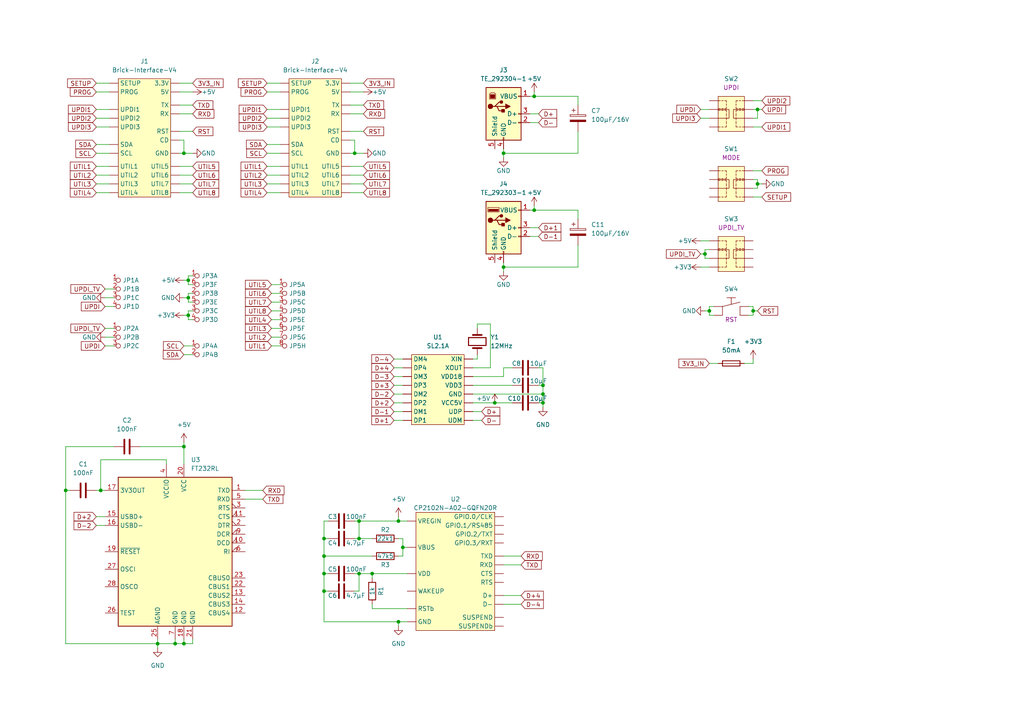
<source format=kicad_sch>
(kicad_sch (version 20211123) (generator eeschema)
  (paper "A4")
  (junction (at 157.48 114.3))
  (junction (at 50.8 186.69))
  (junction (at 102.87 44.45))
  (junction (at 146.05 77.47))
  (junction (at 154.94 27.94))
  (junction (at 53.34 129.54))
  (junction (at 54.61 91.44))
  (junction (at 104.14 166.37))
  (junction (at 219.71 31.75))
  (junction (at 143.51 116.84))
  (junction (at 107.95 166.37))
  (junction (at 93.98 161.29))
  (junction (at 93.98 156.21))
  (junction (at 115.57 180.34))
  (junction (at 53.34 44.45))
  (junction (at 115.57 151.13))
  (junction (at 154.94 60.96))
  (junction (at 54.61 81.28))
  (junction (at 45.72 186.69))
  (junction (at 204.47 73.66))
  (junction (at 104.14 156.21))
  (junction (at 54.61 86.36))
  (junction (at 116.84 158.75))
  (junction (at 93.98 166.37))
  (junction (at 53.34 186.69))
  (junction (at 104.14 151.13))
  (junction (at 93.98 171.45))
  (junction (at 157.48 111.76))
  (junction (at 205.74 90.17))
  (junction (at 146.05 44.45))
  (junction (at 29.21 142.24))
  (junction (at 219.71 53.34))
  (junction (at 19.05 142.24))
  (junction (at 157.48 116.84))
  (junction (at 218.44 90.17))
  (wire (pts (xy 218.44 90.17) (xy 218.44 91.44)))
  (wire (pts (xy 52.07 48.26) (xy 55.88 48.26)))
  (wire (pts (xy 78.74 92.71) (xy 81.28 92.71)))
  (wire (pts (xy 19.05 186.69) (xy 45.72 186.69)))
  (wire (pts (xy 71.12 144.78) (xy 76.2 144.78)))
  (wire (pts (xy 27.94 24.13) (xy 31.75 24.13)))
  (wire (pts (xy 93.98 156.21) (xy 93.98 161.29)))
  (wire (pts (xy 114.3 114.3) (xy 116.84 114.3)))
  (wire (pts (xy 205.74 72.39) (xy 204.47 72.39)))
  (wire (pts (xy 77.47 55.88) (xy 81.28 55.88)))
  (wire (pts (xy 118.11 166.37) (xy 107.95 166.37)))
  (wire (pts (xy 27.94 142.24) (xy 29.21 142.24)))
  (wire (pts (xy 114.3 121.92) (xy 116.84 121.92)))
  (wire (pts (xy 30.48 97.79) (xy 33.02 97.79)))
  (wire (pts (xy 53.34 186.69) (xy 55.88 186.69)))
  (wire (pts (xy 137.16 106.68) (xy 142.24 106.68)))
  (wire (pts (xy 30.48 86.36) (xy 33.02 86.36)))
  (wire (pts (xy 27.94 44.45) (xy 31.75 44.45)))
  (wire (pts (xy 45.72 185.42) (xy 45.72 186.69)))
  (wire (pts (xy 52.07 24.13) (xy 55.88 24.13)))
  (wire (pts (xy 115.57 161.29) (xy 116.84 161.29)))
  (wire (pts (xy 115.57 151.13) (xy 118.11 151.13)))
  (wire (pts (xy 53.34 44.45) (xy 55.88 44.45)))
  (wire (pts (xy 93.98 166.37) (xy 93.98 171.45)))
  (wire (pts (xy 77.47 53.34) (xy 81.28 53.34)))
  (wire (pts (xy 116.84 158.75) (xy 118.11 158.75)))
  (wire (pts (xy 219.71 52.07) (xy 218.44 52.07)))
  (wire (pts (xy 53.34 91.44) (xy 54.61 91.44)))
  (wire (pts (xy 53.34 185.42) (xy 53.34 186.69)))
  (wire (pts (xy 54.61 81.28) (xy 54.61 82.55)))
  (wire (pts (xy 167.64 38.1) (xy 167.64 44.45)))
  (wire (pts (xy 77.47 31.75) (xy 81.28 31.75)))
  (wire (pts (xy 53.34 100.33) (xy 55.88 100.33)))
  (wire (pts (xy 104.14 166.37) (xy 107.95 166.37)))
  (wire (pts (xy 52.07 26.67) (xy 55.88 26.67)))
  (wire (pts (xy 27.94 36.83) (xy 31.75 36.83)))
  (wire (pts (xy 53.34 128.27) (xy 53.34 129.54)))
  (wire (pts (xy 215.9 105.41) (xy 218.44 105.41)))
  (wire (pts (xy 153.67 35.56) (xy 156.21 35.56)))
  (wire (pts (xy 27.94 55.88) (xy 31.75 55.88)))
  (wire (pts (xy 137.16 119.38) (xy 139.7 119.38)))
  (wire (pts (xy 218.44 49.53) (xy 220.98 49.53)))
  (wire (pts (xy 52.07 53.34) (xy 55.88 53.34)))
  (wire (pts (xy 55.88 87.63) (xy 54.61 87.63)))
  (wire (pts (xy 218.44 57.15) (xy 220.98 57.15)))
  (wire (pts (xy 207.01 88.9) (xy 205.74 88.9)))
  (wire (pts (xy 78.74 100.33) (xy 81.28 100.33)))
  (wire (pts (xy 114.3 111.76) (xy 116.84 111.76)))
  (wire (pts (xy 52.07 50.8) (xy 55.88 50.8)))
  (wire (pts (xy 27.94 149.86) (xy 30.48 149.86)))
  (wire (pts (xy 52.07 44.45) (xy 53.34 44.45)))
  (wire (pts (xy 143.51 116.84) (xy 148.59 116.84)))
  (wire (pts (xy 55.88 82.55) (xy 54.61 82.55)))
  (wire (pts (xy 104.14 151.13) (xy 104.14 156.21)))
  (wire (pts (xy 137.16 114.3) (xy 157.48 114.3)))
  (wire (pts (xy 203.2 34.29) (xy 205.74 34.29)))
  (wire (pts (xy 138.43 93.98) (xy 138.43 95.25)))
  (wire (pts (xy 146.05 43.18) (xy 146.05 44.45)))
  (wire (pts (xy 52.07 33.02) (xy 55.88 33.02)))
  (wire (pts (xy 205.74 88.9) (xy 205.74 90.17)))
  (wire (pts (xy 167.64 44.45) (xy 146.05 44.45)))
  (wire (pts (xy 137.16 111.76) (xy 148.59 111.76)))
  (wire (pts (xy 146.05 77.47) (xy 146.05 78.74)))
  (wire (pts (xy 154.94 60.96) (xy 167.64 60.96)))
  (wire (pts (xy 102.87 171.45) (xy 104.14 171.45)))
  (wire (pts (xy 218.44 31.75) (xy 219.71 31.75)))
  (wire (pts (xy 220.98 53.34) (xy 219.71 53.34)))
  (wire (pts (xy 157.48 111.76) (xy 157.48 114.3)))
  (wire (pts (xy 203.2 77.47) (xy 205.74 77.47)))
  (wire (pts (xy 204.47 90.17) (xy 205.74 90.17)))
  (wire (pts (xy 101.6 48.26) (xy 105.41 48.26)))
  (wire (pts (xy 154.94 26.67) (xy 154.94 27.94)))
  (wire (pts (xy 20.32 142.24) (xy 19.05 142.24)))
  (wire (pts (xy 218.44 36.83) (xy 220.98 36.83)))
  (wire (pts (xy 27.94 53.34) (xy 31.75 53.34)))
  (wire (pts (xy 55.88 185.42) (xy 55.88 186.69)))
  (wire (pts (xy 93.98 166.37) (xy 95.25 166.37)))
  (wire (pts (xy 137.16 109.22) (xy 146.05 109.22)))
  (wire (pts (xy 45.72 186.69) (xy 50.8 186.69)))
  (wire (pts (xy 154.94 59.69) (xy 154.94 60.96)))
  (wire (pts (xy 102.87 151.13) (xy 104.14 151.13)))
  (wire (pts (xy 93.98 171.45) (xy 93.98 180.34)))
  (wire (pts (xy 93.98 161.29) (xy 107.95 161.29)))
  (wire (pts (xy 204.47 73.66) (xy 204.47 74.93)))
  (wire (pts (xy 217.17 91.44) (xy 218.44 91.44)))
  (wire (pts (xy 157.48 114.3) (xy 157.48 116.84)))
  (wire (pts (xy 53.34 129.54) (xy 53.34 134.62)))
  (wire (pts (xy 167.64 63.5) (xy 167.64 60.96)))
  (wire (pts (xy 54.61 91.44) (xy 54.61 92.71)))
  (wire (pts (xy 157.48 106.68) (xy 157.48 111.76)))
  (wire (pts (xy 54.61 85.09) (xy 54.61 86.36)))
  (wire (pts (xy 101.6 24.13) (xy 105.41 24.13)))
  (wire (pts (xy 104.14 151.13) (xy 115.57 151.13)))
  (wire (pts (xy 33.02 129.54) (xy 19.05 129.54)))
  (wire (pts (xy 157.48 116.84) (xy 157.48 118.11)))
  (wire (pts (xy 52.07 40.64) (xy 53.34 40.64)))
  (wire (pts (xy 29.21 142.24) (xy 30.48 142.24)))
  (wire (pts (xy 54.61 86.36) (xy 54.61 87.63)))
  (wire (pts (xy 101.6 33.02) (xy 105.41 33.02)))
  (wire (pts (xy 114.3 106.68) (xy 116.84 106.68)))
  (wire (pts (xy 52.07 30.48) (xy 55.88 30.48)))
  (wire (pts (xy 50.8 185.42) (xy 50.8 186.69)))
  (wire (pts (xy 55.88 90.17) (xy 54.61 90.17)))
  (wire (pts (xy 30.48 83.82) (xy 33.02 83.82)))
  (wire (pts (xy 27.94 26.67) (xy 31.75 26.67)))
  (wire (pts (xy 146.05 106.68) (xy 146.05 109.22)))
  (wire (pts (xy 101.6 40.64) (xy 102.87 40.64)))
  (wire (pts (xy 154.94 27.94) (xy 167.64 27.94)))
  (wire (pts (xy 30.48 100.33) (xy 33.02 100.33)))
  (wire (pts (xy 45.72 186.69) (xy 45.72 187.96)))
  (wire (pts (xy 156.21 106.68) (xy 157.48 106.68)))
  (wire (pts (xy 93.98 171.45) (xy 95.25 171.45)))
  (wire (pts (xy 52.07 55.88) (xy 55.88 55.88)))
  (wire (pts (xy 146.05 172.72) (xy 151.13 172.72)))
  (wire (pts (xy 207.01 91.44) (xy 205.74 91.44)))
  (wire (pts (xy 93.98 180.34) (xy 115.57 180.34)))
  (wire (pts (xy 78.74 82.55) (xy 81.28 82.55)))
  (wire (pts (xy 77.47 26.67) (xy 81.28 26.67)))
  (wire (pts (xy 77.47 34.29) (xy 81.28 34.29)))
  (wire (pts (xy 78.74 85.09) (xy 81.28 85.09)))
  (wire (pts (xy 27.94 152.4) (xy 30.48 152.4)))
  (wire (pts (xy 156.21 111.76) (xy 157.48 111.76)))
  (wire (pts (xy 77.47 41.91) (xy 81.28 41.91)))
  (wire (pts (xy 53.34 40.64) (xy 53.34 44.45)))
  (wire (pts (xy 48.26 134.62) (xy 48.26 133.35)))
  (wire (pts (xy 115.57 180.34) (xy 118.11 180.34)))
  (wire (pts (xy 153.67 60.96) (xy 154.94 60.96)))
  (wire (pts (xy 78.74 97.79) (xy 81.28 97.79)))
  (wire (pts (xy 114.3 119.38) (xy 116.84 119.38)))
  (wire (pts (xy 77.47 24.13) (xy 81.28 24.13)))
  (wire (pts (xy 101.6 26.67) (xy 105.41 26.67)))
  (wire (pts (xy 55.88 85.09) (xy 54.61 85.09)))
  (wire (pts (xy 218.44 34.29) (xy 219.71 34.29)))
  (wire (pts (xy 153.67 68.58) (xy 156.21 68.58)))
  (wire (pts (xy 48.26 133.35) (xy 29.21 133.35)))
  (wire (pts (xy 219.71 31.75) (xy 219.71 34.29)))
  (wire (pts (xy 77.47 36.83) (xy 81.28 36.83)))
  (wire (pts (xy 104.14 171.45) (xy 104.14 166.37)))
  (wire (pts (xy 137.16 116.84) (xy 143.51 116.84)))
  (wire (pts (xy 107.95 176.53) (xy 107.95 175.26)))
  (wire (pts (xy 138.43 102.87) (xy 138.43 104.14)))
  (wire (pts (xy 142.24 93.98) (xy 138.43 93.98)))
  (wire (pts (xy 55.88 92.71) (xy 54.61 92.71)))
  (wire (pts (xy 27.94 41.91) (xy 31.75 41.91)))
  (wire (pts (xy 52.07 38.1) (xy 55.88 38.1)))
  (wire (pts (xy 53.34 81.28) (xy 54.61 81.28)))
  (wire (pts (xy 101.6 53.34) (xy 105.41 53.34)))
  (wire (pts (xy 217.17 88.9) (xy 218.44 88.9)))
  (wire (pts (xy 116.84 161.29) (xy 116.84 158.75)))
  (wire (pts (xy 101.6 30.48) (xy 105.41 30.48)))
  (wire (pts (xy 115.57 149.86) (xy 115.57 151.13)))
  (wire (pts (xy 114.3 104.14) (xy 116.84 104.14)))
  (wire (pts (xy 101.6 38.1) (xy 105.41 38.1)))
  (wire (pts (xy 153.67 33.02) (xy 156.21 33.02)))
  (wire (pts (xy 116.84 156.21) (xy 116.84 158.75)))
  (wire (pts (xy 71.12 142.24) (xy 76.2 142.24)))
  (wire (pts (xy 95.25 151.13) (xy 93.98 151.13)))
  (wire (pts (xy 107.95 166.37) (xy 107.95 167.64)))
  (wire (pts (xy 142.24 106.68) (xy 142.24 93.98)))
  (wire (pts (xy 219.71 31.75) (xy 220.98 31.75)))
  (wire (pts (xy 118.11 176.53) (xy 107.95 176.53)))
  (wire (pts (xy 77.47 44.45) (xy 81.28 44.45)))
  (wire (pts (xy 203.2 73.66) (xy 204.47 73.66)))
  (wire (pts (xy 78.74 95.25) (xy 81.28 95.25)))
  (wire (pts (xy 153.67 66.04) (xy 156.21 66.04)))
  (wire (pts (xy 203.2 31.75) (xy 205.74 31.75)))
  (wire (pts (xy 102.87 44.45) (xy 105.41 44.45)))
  (wire (pts (xy 218.44 90.17) (xy 219.71 90.17)))
  (wire (pts (xy 115.57 180.34) (xy 115.57 181.61)))
  (wire (pts (xy 101.6 55.88) (xy 105.41 55.88)))
  (wire (pts (xy 218.44 29.21) (xy 220.98 29.21)))
  (wire (pts (xy 77.47 50.8) (xy 81.28 50.8)))
  (wire (pts (xy 219.71 53.34) (xy 219.71 54.61)))
  (wire (pts (xy 29.21 133.35) (xy 29.21 142.24)))
  (wire (pts (xy 53.34 102.87) (xy 55.88 102.87)))
  (wire (pts (xy 27.94 48.26) (xy 31.75 48.26)))
  (wire (pts (xy 55.88 80.01) (xy 54.61 80.01)))
  (wire (pts (xy 146.05 76.2) (xy 146.05 77.47)))
  (wire (pts (xy 148.59 106.68) (xy 146.05 106.68)))
  (wire (pts (xy 219.71 53.34) (xy 219.71 52.07)))
  (wire (pts (xy 40.64 129.54) (xy 53.34 129.54)))
  (wire (pts (xy 53.34 86.36) (xy 54.61 86.36)))
  (wire (pts (xy 93.98 156.21) (xy 95.25 156.21)))
  (wire (pts (xy 27.94 50.8) (xy 31.75 50.8)))
  (wire (pts (xy 30.48 95.25) (xy 33.02 95.25)))
  (wire (pts (xy 153.67 27.94) (xy 154.94 27.94)))
  (wire (pts (xy 78.74 87.63) (xy 81.28 87.63)))
  (wire (pts (xy 115.57 156.21) (xy 116.84 156.21)))
  (wire (pts (xy 102.87 156.21) (xy 104.14 156.21)))
  (wire (pts (xy 102.87 166.37) (xy 104.14 166.37)))
  (wire (pts (xy 19.05 129.54) (xy 19.05 142.24)))
  (wire (pts (xy 218.44 104.14) (xy 218.44 105.41)))
  (wire (pts (xy 54.61 90.17) (xy 54.61 91.44)))
  (wire (pts (xy 205.74 105.41) (xy 208.28 105.41)))
  (wire (pts (xy 205.74 74.93) (xy 204.47 74.93)))
  (wire (pts (xy 146.05 175.26) (xy 151.13 175.26)))
  (wire (pts (xy 137.16 104.14) (xy 138.43 104.14)))
  (wire (pts (xy 218.44 88.9) (xy 218.44 90.17)))
  (wire (pts (xy 167.64 71.12) (xy 167.64 77.47)))
  (wire (pts (xy 78.74 90.17) (xy 81.28 90.17)))
  (wire (pts (xy 146.05 163.83) (xy 151.13 163.83)))
  (wire (pts (xy 146.05 161.29) (xy 151.13 161.29)))
  (wire (pts (xy 93.98 151.13) (xy 93.98 156.21)))
  (wire (pts (xy 101.6 50.8) (xy 105.41 50.8)))
  (wire (pts (xy 102.87 40.64) (xy 102.87 44.45)))
  (wire (pts (xy 50.8 186.69) (xy 53.34 186.69)))
  (wire (pts (xy 156.21 116.84) (xy 157.48 116.84)))
  (wire (pts (xy 77.47 48.26) (xy 81.28 48.26)))
  (wire (pts (xy 19.05 142.24) (xy 19.05 186.69)))
  (wire (pts (xy 204.47 72.39) (xy 204.47 73.66)))
  (wire (pts (xy 167.64 77.47) (xy 146.05 77.47)))
  (wire (pts (xy 167.64 30.48) (xy 167.64 27.94)))
  (wire (pts (xy 146.05 44.45) (xy 146.05 45.72)))
  (wire (pts (xy 114.3 109.22) (xy 116.84 109.22)))
  (wire (pts (xy 104.14 156.21) (xy 107.95 156.21)))
  (wire (pts (xy 54.61 80.01) (xy 54.61 81.28)))
  (wire (pts (xy 27.94 34.29) (xy 31.75 34.29)))
  (wire (pts (xy 27.94 31.75) (xy 31.75 31.75)))
  (wire (pts (xy 93.98 161.29) (xy 93.98 166.37)))
  (wire (pts (xy 218.44 54.61) (xy 219.71 54.61)))
  (wire (pts (xy 101.6 44.45) (xy 102.87 44.45)))
  (wire (pts (xy 137.16 121.92) (xy 139.7 121.92)))
  (wire (pts (xy 30.48 88.9) (xy 33.02 88.9)))
  (wire (pts (xy 205.74 90.17) (xy 205.74 91.44)))
  (wire (pts (xy 203.2 69.85) (xy 205.74 69.85)))
  (wire (pts (xy 114.3 116.84) (xy 116.84 116.84)))
  (global_label "UTIL3" (shape input) (at 78.74 95.25 180) (property "Referenzen zwischen Schaltplänen" "${INTERSHEET_REFS}" (effects hide)))
  (global_label "SETUP" (shape input) (at 27.94 24.13 180) (property "Referenzen zwischen Schaltplänen" "${INTERSHEET_REFS}" (effects hide)))
  (global_label "UTIL4" (shape input) (at 77.47 55.88 180) (property "Referenzen zwischen Schaltplänen" "${INTERSHEET_REFS}" (effects hide)))
  (global_label "UTIL4" (shape input) (at 78.74 92.71 180) (property "Referenzen zwischen Schaltplänen" "${INTERSHEET_REFS}" (effects hide)))
  (global_label "UTIL6" (shape input) (at 105.41 50.8 0) (property "Referenzen zwischen Schaltplänen" "${INTERSHEET_REFS}" (effects hide)))
  (global_label "UTIL1" (shape input) (at 77.47 48.26 180) (property "Referenzen zwischen Schaltplänen" "${INTERSHEET_REFS}" (effects hide)))
  (global_label "UTIL1" (shape input) (at 78.74 100.33 180) (property "Referenzen zwischen Schaltplänen" "${INTERSHEET_REFS}" (effects hide)))
  (global_label "UPDI" (shape input) (at 30.48 100.33 180) (property "Referenzen zwischen Schaltplänen" "${INTERSHEET_REFS}" (effects hide)))
  (global_label "SDA" (shape input) (at 27.94 41.91 180) (property "Referenzen zwischen Schaltplänen" "${INTERSHEET_REFS}" (effects hide)))
  (global_label "UPDI" (shape input) (at 30.48 88.9 180) (property "Referenzen zwischen Schaltplänen" "${INTERSHEET_REFS}" (effects hide)))
  (global_label "UTIL5" (shape input) (at 55.88 48.26 0) (property "Referenzen zwischen Schaltplänen" "${INTERSHEET_REFS}" (effects hide)))
  (global_label "SETUP" (shape input) (at 220.98 57.15 0) (property "Referenzen zwischen Schaltplänen" "${INTERSHEET_REFS}" (effects hide)))
  (global_label "RXD" (shape input) (at 105.41 33.02 0) (property "Referenzen zwischen Schaltplänen" "${INTERSHEET_REFS}" (effects hide)))
  (global_label "3V3_IN" (shape input) (at 205.74 105.41 180) (property "Referenzen zwischen Schaltplänen" "${INTERSHEET_REFS}" (effects hide)))
  (global_label "UTIL5" (shape input) (at 78.74 82.55 180) (property "Referenzen zwischen Schaltplänen" "${INTERSHEET_REFS}" (effects hide)))
  (global_label "TXD" (shape input) (at 105.41 30.48 0) (property "Referenzen zwischen Schaltplänen" "${INTERSHEET_REFS}" (effects hide)))
  (global_label "SCL" (shape input) (at 27.94 44.45 180) (property "Referenzen zwischen Schaltplänen" "${INTERSHEET_REFS}" (effects hide)))
  (global_label "D-1" (shape input) (at 156.21 68.58 0) (property "Referenzen zwischen Schaltplänen" "${INTERSHEET_REFS}" (effects hide)))
  (global_label "D+4" (shape input) (at 151.13 172.72 0) (property "Referenzen zwischen Schaltplänen" "${INTERSHEET_REFS}" (effects hide)))
  (global_label "TXD" (shape input) (at 151.13 163.83 0) (property "Referenzen zwischen Schaltplänen" "${INTERSHEET_REFS}" (effects hide)))
  (global_label "PROG" (shape input) (at 77.47 26.67 180) (property "Referenzen zwischen Schaltplänen" "${INTERSHEET_REFS}" (effects hide)))
  (global_label "UPDI_TV" (shape input) (at 30.48 95.25 180) (property "Referenzen zwischen Schaltplänen" "${INTERSHEET_REFS}" (effects hide)))
  (global_label "RST" (shape input) (at 219.71 90.17 0) (property "Referenzen zwischen Schaltplänen" "${INTERSHEET_REFS}" (effects hide)))
  (global_label "UTIL6" (shape input) (at 78.74 85.09 180) (property "Referenzen zwischen Schaltplänen" "${INTERSHEET_REFS}" (effects hide)))
  (global_label "D-" (shape input) (at 156.21 35.56 0) (property "Referenzen zwischen Schaltplänen" "${INTERSHEET_REFS}" (effects hide)))
  (global_label "RXD" (shape input) (at 76.2 142.24 0) (property "Referenzen zwischen Schaltplänen" "${INTERSHEET_REFS}" (effects hide)))
  (global_label "UTIL8" (shape input) (at 55.88 55.88 0) (property "Referenzen zwischen Schaltplänen" "${INTERSHEET_REFS}" (effects hide)))
  (global_label "TXD" (shape input) (at 76.2 144.78 0) (property "Referenzen zwischen Schaltplänen" "${INTERSHEET_REFS}" (effects hide)))
  (global_label "UPDI3" (shape input) (at 27.94 36.83 180) (property "Referenzen zwischen Schaltplänen" "${INTERSHEET_REFS}" (effects hide)))
  (global_label "UTIL3" (shape input) (at 27.94 53.34 180) (property "Referenzen zwischen Schaltplänen" "${INTERSHEET_REFS}" (effects hide)))
  (global_label "UTIL2" (shape input) (at 27.94 50.8 180) (property "Referenzen zwischen Schaltplänen" "${INTERSHEET_REFS}" (effects hide)))
  (global_label "3V3_IN" (shape input) (at 55.88 24.13 0) (property "Referenzen zwischen Schaltplänen" "${INTERSHEET_REFS}" (effects hide)))
  (global_label "UPDI1" (shape input) (at 220.98 36.83 0) (property "Referenzen zwischen Schaltplänen" "${INTERSHEET_REFS}" (effects hide)))
  (global_label "UPDI3" (shape input) (at 77.47 36.83 180) (property "Referenzen zwischen Schaltplänen" "${INTERSHEET_REFS}" (effects hide)))
  (global_label "UTIL7" (shape input) (at 78.74 87.63 180) (property "Referenzen zwischen Schaltplänen" "${INTERSHEET_REFS}" (effects hide)))
  (global_label "UTIL7" (shape input) (at 105.41 53.34 0) (property "Referenzen zwischen Schaltplänen" "${INTERSHEET_REFS}" (effects hide)))
  (global_label "D-2" (shape input) (at 114.3 114.3 180) (property "Referenzen zwischen Schaltplänen" "${INTERSHEET_REFS}" (effects hide)))
  (global_label "UPDI1" (shape input) (at 27.94 31.75 180) (property "Referenzen zwischen Schaltplänen" "${INTERSHEET_REFS}" (effects hide)))
  (global_label "UPDI" (shape input) (at 203.2 31.75 180) (property "Referenzen zwischen Schaltplänen" "${INTERSHEET_REFS}" (effects hide)))
  (global_label "D-1" (shape input) (at 114.3 119.38 180) (property "Referenzen zwischen Schaltplänen" "${INTERSHEET_REFS}" (effects hide)))
  (global_label "D+3" (shape input) (at 114.3 111.76 180) (property "Referenzen zwischen Schaltplänen" "${INTERSHEET_REFS}" (effects hide)))
  (global_label "UPDI2" (shape input) (at 27.94 34.29 180) (property "Referenzen zwischen Schaltplänen" "${INTERSHEET_REFS}" (effects hide)))
  (global_label "SDA" (shape input) (at 77.47 41.91 180) (property "Referenzen zwischen Schaltplänen" "${INTERSHEET_REFS}" (effects hide)))
  (global_label "3V3_IN" (shape input) (at 105.41 24.13 0) (property "Referenzen zwischen Schaltplänen" "${INTERSHEET_REFS}" (effects hide)))
  (global_label "UPDI2" (shape input) (at 77.47 34.29 180) (property "Referenzen zwischen Schaltplänen" "${INTERSHEET_REFS}" (effects hide)))
  (global_label "UPDI1" (shape input) (at 77.47 31.75 180) (property "Referenzen zwischen Schaltplänen" "${INTERSHEET_REFS}" (effects hide)))
  (global_label "D-" (shape input) (at 139.7 121.92 0) (property "Referenzen zwischen Schaltplänen" "${INTERSHEET_REFS}" (effects hide)))
  (global_label "UPDI_TV" (shape input) (at 203.2 73.66 180) (property "Referenzen zwischen Schaltplänen" "${INTERSHEET_REFS}" (effects hide)))
  (global_label "D-3" (shape input) (at 114.3 109.22 180) (property "Referenzen zwischen Schaltplänen" "${INTERSHEET_REFS}" (effects hide)))
  (global_label "RXD" (shape input) (at 151.13 161.29 0) (property "Referenzen zwischen Schaltplänen" "${INTERSHEET_REFS}" (effects hide)))
  (global_label "D+1" (shape input) (at 156.21 66.04 0) (property "Referenzen zwischen Schaltplänen" "${INTERSHEET_REFS}" (effects hide)))
  (global_label "UPDI3" (shape input) (at 203.2 34.29 180) (property "Referenzen zwischen Schaltplänen" "${INTERSHEET_REFS}" (effects hide)))
  (global_label "D-2" (shape input) (at 27.94 152.4 180) (property "Referenzen zwischen Schaltplänen" "${INTERSHEET_REFS}" (effects hide)))
  (global_label "PROG" (shape input) (at 27.94 26.67 180) (property "Referenzen zwischen Schaltplänen" "${INTERSHEET_REFS}" (effects hide)))
  (global_label "SCL" (shape input) (at 53.34 100.33 180) (property "Referenzen zwischen Schaltplänen" "${INTERSHEET_REFS}" (effects hide)))
  (global_label "D+" (shape input) (at 139.7 119.38 0) (property "Referenzen zwischen Schaltplänen" "${INTERSHEET_REFS}" (effects hide)))
  (global_label "D+2" (shape input) (at 114.3 116.84 180) (property "Referenzen zwischen Schaltplänen" "${INTERSHEET_REFS}" (effects hide)))
  (global_label "SETUP" (shape input) (at 77.47 24.13 180) (property "Referenzen zwischen Schaltplänen" "${INTERSHEET_REFS}" (effects hide)))
  (global_label "D+4" (shape input) (at 114.3 106.68 180) (property "Referenzen zwischen Schaltplänen" "${INTERSHEET_REFS}" (effects hide)))
  (global_label "UTIL4" (shape input) (at 27.94 55.88 180) (property "Referenzen zwischen Schaltplänen" "${INTERSHEET_REFS}" (effects hide)))
  (global_label "RST" (shape input) (at 105.41 38.1 0) (property "Referenzen zwischen Schaltplänen" "${INTERSHEET_REFS}" (effects hide)))
  (global_label "UTIL8" (shape input) (at 78.74 90.17 180) (property "Referenzen zwischen Schaltplänen" "${INTERSHEET_REFS}" (effects hide)))
  (global_label "UTIL8" (shape input) (at 105.41 55.88 0) (property "Referenzen zwischen Schaltplänen" "${INTERSHEET_REFS}" (effects hide)))
  (global_label "D-4" (shape input) (at 114.3 104.14 180) (property "Referenzen zwischen Schaltplänen" "${INTERSHEET_REFS}" (effects hide)))
  (global_label "D+" (shape input) (at 156.21 33.02 0) (property "Referenzen zwischen Schaltplänen" "${INTERSHEET_REFS}" (effects hide)))
  (global_label "SCL" (shape input) (at 77.47 44.45 180) (property "Referenzen zwischen Schaltplänen" "${INTERSHEET_REFS}" (effects hide)))
  (global_label "UTIL3" (shape input) (at 77.47 53.34 180) (property "Referenzen zwischen Schaltplänen" "${INTERSHEET_REFS}" (effects hide)))
  (global_label "UTIL7" (shape input) (at 55.88 53.34 0) (property "Referenzen zwischen Schaltplänen" "${INTERSHEET_REFS}" (effects hide)))
  (global_label "UPDI" (shape input) (at 220.98 31.75 0) (property "Referenzen zwischen Schaltplänen" "${INTERSHEET_REFS}" (effects hide)))
  (global_label "PROG" (shape input) (at 220.98 49.53 0) (property "Referenzen zwischen Schaltplänen" "${INTERSHEET_REFS}" (effects hide)))
  (global_label "D-4" (shape input) (at 151.13 175.26 0) (property "Referenzen zwischen Schaltplänen" "${INTERSHEET_REFS}" (effects hide)))
  (global_label "TXD" (shape input) (at 55.88 30.48 0) (property "Referenzen zwischen Schaltplänen" "${INTERSHEET_REFS}" (effects hide)))
  (global_label "UPDI2" (shape input) (at 220.98 29.21 0) (property "Referenzen zwischen Schaltplänen" "${INTERSHEET_REFS}" (effects hide)))
  (global_label "UPDI_TV" (shape input) (at 30.48 83.82 180) (property "Referenzen zwischen Schaltplänen" "${INTERSHEET_REFS}" (effects hide)))
  (global_label "RST" (shape input) (at 55.88 38.1 0) (property "Referenzen zwischen Schaltplänen" "${INTERSHEET_REFS}" (effects hide)))
  (global_label "SDA" (shape input) (at 53.34 102.87 180) (property "Referenzen zwischen Schaltplänen" "${INTERSHEET_REFS}" (effects hide)))
  (global_label "UTIL1" (shape input) (at 27.94 48.26 180) (property "Referenzen zwischen Schaltplänen" "${INTERSHEET_REFS}" (effects hide)))
  (global_label "D+1" (shape input) (at 114.3 121.92 180) (property "Referenzen zwischen Schaltplänen" "${INTERSHEET_REFS}" (effects hide)))
  (global_label "UTIL2" (shape input) (at 78.74 97.79 180) (property "Referenzen zwischen Schaltplänen" "${INTERSHEET_REFS}" (effects hide)))
  (global_label "UTIL5" (shape input) (at 105.41 48.26 0) (property "Referenzen zwischen Schaltplänen" "${INTERSHEET_REFS}" (effects hide)))
  (global_label "UTIL2" (shape input) (at 77.47 50.8 180) (property "Referenzen zwischen Schaltplänen" "${INTERSHEET_REFS}" (effects hide)))
  (global_label "UTIL6" (shape input) (at 55.88 50.8 0) (property "Referenzen zwischen Schaltplänen" "${INTERSHEET_REFS}" (effects hide)))
  (global_label "D+2" (shape input) (at 27.94 149.86 180) (property "Referenzen zwischen Schaltplänen" "${INTERSHEET_REFS}" (effects hide)))
  (global_label "RXD" (shape input) (at 55.88 33.02 0) (property "Referenzen zwischen Schaltplänen" "${INTERSHEET_REFS}" (effects hide)))
  (symbol (lib_id "Device:C") (at 152.4 116.84 90) (unit 1)
    (property "Reference" "C10" (at 151.13 115.57 90) (effects (justify left)))
    (property "Value" "10µF" (at 153.67 115.57 90) (effects (justify right)))
    (property "Footprint" "Capacitor_SMD:C_0805_2012Metric" (effects hide))
  )
  (symbol (lib_id "Device:R") (at 111.76 161.29 270) (unit 1)
    (property "Reference" "R3" (at 111.76 163.83 90))
    (property "Value" "47k5" (at 111.76 161.29 90))
    (property "Footprint" "Resistor_SMD:R_0805_2012Metric" (effects hide))
  )
  (symbol (lib_id "Device:C") (at 24.13 142.24 90) (unit 1)
    (property "Reference" "C1" (at 24.13 134.62 90))
    (property "Value" "100nF" (at 24.13 137.16 90))
    (property "Footprint" "Capacitor_SMD:C_0805_2012Metric" (effects hide))
  )
  (symbol (lib_id "Device:C") (at 36.83 129.54 90) (unit 1)
    (property "Reference" "C2" (at 36.83 121.92 90))
    (property "Value" "100nF" (at 36.83 124.46 90))
    (property "Footprint" "Capacitor_SMD:C_0805_2012Metric" (effects hide))
  )
  (symbol (lib_id "no_pinhd:PINHD_1X03") (at 34.29 97.79 0) (unit 2)
    (property "Reference" "JP2" (at 35.56 97.7899 0) (effects (justify left)))
    (property "Value" "PINHD_1X03" (effects hide))
    (property "Footprint" "no_pinhd:PINHD_1X03_2.54_1mm_Round" (effects hide))
    (property "Desc" "UPDI" (effects hide))
    (property "Reference" "JP2" (effects hide))
    (property "Value" "PINHD_1X03" (effects hide))
  )
  (symbol (lib_id "power:+5V") (at 53.34 81.28 90) (unit 1)
    (property "Reference" "#PWR011" (effects hide))
    (property "Value" "+5V" (at 50.8 81.28 90) (effects (justify left)))
  )
  (symbol (lib_id "Device:C") (at 152.4 106.68 90) (unit 1)
    (property "Reference" "C8" (at 151.13 105.41 90) (effects (justify left)))
    (property "Value" "10µF" (at 153.67 105.41 90) (effects (justify right)))
    (property "Footprint" "Capacitor_SMD:C_0805_2012Metric" (effects hide))
  )
  (symbol (lib_id "Device:C") (at 99.06 156.21 90) (unit 1)
    (property "Reference" "C4" (at 97.79 157.48 90) (effects (justify left)))
    (property "Value" "4.7µF" (at 100.33 157.48 90) (effects (justify right)))
    (property "Footprint" "Capacitor_SMD:C_0805_2012Metric" (effects hide))
  )
  (symbol (lib_id "no_pinhd:PINHD_1X04") (at 34.29 88.9 0) (unit 4)
    (property "Reference" "JP1" (at 35.56 88.8999 0) (effects (justify left)))
    (property "Value" "PINHD_1X04" (effects hide))
    (property "Footprint" "no_pinhd:PINHD_1X04_2.54_1mm_Round" (effects hide))
    (property "Desc" "PICKIT4" (effects hide))
    (property "Reference" "JP1" (effects hide))
    (property "Value" "PINHD_1X04" (effects hide))
  )
  (symbol (lib_id "power:GND") (at 157.48 118.11 0) (unit 1)
    (property "Reference" "#PWR06" (effects hide))
    (property "Value" "GND" (at 157.48 123.19 0))
  )
  (symbol (lib_id "power:+5V") (at 154.94 26.67 0) (unit 1)
    (property "Reference" "#PWR016" (effects hide))
    (property "Value" "+5V" (at 154.94 22.86 0))
  )
  (symbol (lib_id "power:+5V") (at 105.41 26.67 270) (unit 1)
    (property "Reference" "#PWR0103" (effects hide))
    (property "Value" "+5V" (at 107.95 26.67 90) (effects (justify left)))
  )
  (symbol (lib_id "power:GND") (at 45.72 187.96 0) (unit 1)
    (property "Reference" "#PWR0104" (effects hide))
    (property "Value" "GND" (at 45.72 193.04 0))
  )
  (symbol (lib_id "no_pinhd:PINHD_1X03") (at 34.29 100.33 0) (unit 3)
    (property "Reference" "JP2" (at 35.56 100.3299 0) (effects (justify left)))
    (property "Value" "PINHD_1X03" (effects hide))
    (property "Footprint" "no_pinhd:PINHD_1X03_2.54_1mm_Round" (effects hide))
    (property "Desc" "UPDI" (effects hide))
    (property "Reference" "JP2" (effects hide))
    (property "Value" "PINHD_1X03" (effects hide))
  )
  (symbol (lib_id "no_pinhd:PINHD_2X04") (at 82.55 95.25 0) (unit 6)
    (property "Reference" "JP5" (at 83.82 95.2499 0) (effects (justify left)))
    (property "Value" "PINHD_2X04" (effects hide))
    (property "Footprint" "no_pinhd:PINHD_2X04_2.54_1mm_Round" (effects hide))
    (property "Desc" "UTIL_OUT" (effects hide))
    (property "Reference" "JP5" (effects hide))
    (property "Value" "PINHD_2X04" (effects hide))
  )
  (symbol (lib_id "power:+5V") (at 154.94 59.69 0) (unit 1)
    (property "Reference" "#PWR017" (effects hide))
    (property "Value" "+5V" (at 154.94 55.88 0))
  )
  (symbol (lib_id "no_pinhd:PINHD_1x02") (at 57.15 102.87 0) (unit 2)
    (property "Reference" "JP4" (at 58.42 102.8699 0) (effects (justify left)))
    (property "Value" "PINHD_1x02" (effects hide))
    (property "Footprint" "no_pinhd:PINHD_1X02_2.54_1mm_Round" (effects hide))
    (property "Desc" "I2C_OUT" (effects hide))
    (property "Reference" "JP4" (effects hide))
    (property "Value" "PINHD_1x02" (effects hide))
  )
  (symbol (lib_id "no_brick_interface:Brick-Interface-V4") (at 41.91 40.64 0) (unit 1)
    (property "Reference" "J1" (at 41.91 17.78 0))
    (property "Value" "Brick-Interface-V4" (at 41.91 20.32 0))
    (property "Footprint" "no_brick_interface:Brick_Interface_V4_iside" (effects hide))
  )
  (symbol (lib_id "power:GND") (at 146.05 45.72 0) (unit 1)
    (property "Reference" "#PWR014" (effects hide))
    (property "Value" "GND" (at 146.05 49.53 0))
  )
  (symbol (lib_id "no_pinhd:PINHD_2X03") (at 57.15 85.09 0) (unit 2)
    (property "Reference" "JP3" (at 58.42 85.0899 0) (effects (justify left)))
    (property "Value" "PINHD_2X03" (effects hide))
    (property "Footprint" "no_pinhd:PINHD_2X03_2.54_1mm_Round" (effects hide))
    (property "Desc" "POWER_OUT" (effects hide))
    (property "Reference" "JP3" (effects hide))
    (property "Value" "PINHD_2X03" (effects hide))
  )
  (symbol (lib_id "no_common:K3-2336S-F1") (at 212.09 73.66 0) (unit 1)
    (property "Reference" "SW3" (at 212.09 63.5 0))
    (property "Value" "K3-2336S-F1" (effects hide))
    (property "Footprint" "no_common:K3-2336S-F1" (effects hide))
    (property "Desc" "UPDI_TV" (at 212.09 66.04 0))
  )
  (symbol (lib_id "power:GND") (at 55.88 44.45 90) (unit 1)
    (property "Reference" "#PWR02" (effects hide))
    (property "Value" "GND" (at 58.42 44.45 90) (effects (justify right)))
  )
  (symbol (lib_id "no_pinhd:PINHD_1X04") (at 34.29 83.82 0) (unit 2)
    (property "Reference" "JP1" (at 35.56 83.8199 0) (effects (justify left)))
    (property "Value" "PINHD_1X04" (effects hide))
    (property "Footprint" "no_pinhd:PINHD_1X04_2.54_1mm_Round" (effects hide))
    (property "Desc" "PICKIT4" (effects hide))
    (property "Reference" "JP1" (effects hide))
    (property "Value" "PINHD_1X04" (effects hide))
  )
  (symbol (lib_id "Device:R") (at 111.76 156.21 90) (unit 1)
    (property "Reference" "R2" (at 111.76 153.67 90))
    (property "Value" "22k1" (at 111.76 156.21 90))
    (property "Footprint" "Resistor_SMD:R_0805_2012Metric" (effects hide))
  )
  (symbol (lib_id "Device:C") (at 99.06 171.45 90) (unit 1)
    (property "Reference" "C6" (at 97.79 172.72 90) (effects (justify left)))
    (property "Value" "4.7µF" (at 100.33 172.72 90) (effects (justify right)))
    (property "Footprint" "Capacitor_SMD:C_0805_2012Metric" (effects hide))
  )
  (symbol (lib_id "power:GND") (at 30.48 86.36 270) (unit 1)
    (property "Reference" "#PWR08" (effects hide))
    (property "Value" "GND" (at 27.94 86.36 90) (effects (justify right)))
  )
  (symbol (lib_id "no_common:K3-2336S-F1") (at 212.09 33.02 0) (unit 1)
    (property "Reference" "SW2" (at 212.09 22.86 0))
    (property "Value" "K3-2336S-F1" (effects hide))
    (property "Footprint" "no_common:K3-2336S-F1" (effects hide))
    (property "Desc" "UPDI" (at 212.09 25.4 0))
  )
  (symbol (lib_id "power:GND") (at 105.41 44.45 90) (unit 1)
    (property "Reference" "#PWR0101" (effects hide))
    (property "Value" "GND" (at 107.95 44.45 90) (effects (justify right)))
  )
  (symbol (lib_id "Device:C_Polarized") (at 167.64 67.31 0) (unit 1)
    (property "Reference" "C11" (at 171.45 65.1509 0) (effects (justify left)))
    (property "Value" "100µF/16V" (at 171.45 67.6909 0) (effects (justify left)))
    (property "Footprint" "Capacitor_SMD:CP_Elec_5x5.4" (effects hide))
  )
  (symbol (lib_id "power:+5V") (at 55.88 26.67 270) (unit 1)
    (property "Reference" "#PWR01" (effects hide))
    (property "Value" "+5V" (at 58.42 26.67 90) (effects (justify left)))
  )
  (symbol (lib_id "no_pinhd:PINHD_1X03") (at 34.29 95.25 0) (unit 1)
    (property "Reference" "JP2" (at 35.56 95.2499 0) (effects (justify left)))
    (property "Value" "PINHD_1X03" (effects hide))
    (property "Footprint" "no_pinhd:PINHD_1X03_2.54_1mm_Round" (effects hide))
    (property "Desc" "UPDI" (effects hide))
    (property "Reference" "JP2" (effects hide))
    (property "Value" "PINHD_1X03" (effects hide))
  )
  (symbol (lib_id "no_pinhd:PINHD_1X04") (at 34.29 81.28 0) (unit 1)
    (property "Reference" "JP1" (at 35.56 81.2799 0) (effects (justify left)))
    (property "Value" "PINHD_1X04" (effects hide))
    (property "Footprint" "no_pinhd:PINHD_1X04_2.54_1mm_Round" (effects hide))
    (property "Desc" "PICKIT4" (effects hide))
    (property "Reference" "JP1" (effects hide))
    (property "Value" "PINHD_1X04" (effects hide))
  )
  (symbol (lib_id "Device:R") (at 107.95 171.45 0) (unit 1)
    (property "Reference" "R1" (at 110.49 171.45 90))
    (property "Value" "1k" (at 107.95 171.45 90))
    (property "Footprint" "Resistor_SMD:R_0805_2012Metric" (effects hide))
  )
  (symbol (lib_id "no_pinhd:PINHD_2X04") (at 82.55 92.71 0) (unit 5)
    (property "Reference" "JP5" (at 83.82 92.7099 0) (effects (justify left)))
    (property "Value" "PINHD_2X04" (effects hide))
    (property "Footprint" "no_pinhd:PINHD_2X04_2.54_1mm_Round" (effects hide))
    (property "Desc" "UTIL_OUT" (effects hide))
    (property "Reference" "JP5" (effects hide))
    (property "Value" "PINHD_2X04" (effects hide))
  )
  (symbol (lib_id "power:+3V3") (at 203.2 77.47 90) (unit 1)
    (property "Reference" "#PWR07" (effects hide))
    (property "Value" "+3V3" (at 200.66 77.47 90) (effects (justify left)))
  )
  (symbol (lib_id "power:+5V") (at 143.51 116.84 0) (unit 1)
    (property "Reference" "#PWR05" (effects hide))
    (property "Value" "+5V" (at 142.24 115.57 0) (effects (justify right)))
  )
  (symbol (lib_id "power:GND") (at 146.05 78.74 0) (unit 1)
    (property "Reference" "#PWR015" (effects hide))
    (property "Value" "GND" (at 146.05 82.55 0))
  )
  (symbol (lib_id "no_pinhd:PINHD_2X04") (at 82.55 90.17 0) (unit 4)
    (property "Reference" "JP5" (at 83.82 90.1699 0) (effects (justify left)))
    (property "Value" "PINHD_2X04" (effects hide))
    (property "Footprint" "no_pinhd:PINHD_2X04_2.54_1mm_Round" (effects hide))
    (property "Desc" "UTIL_OUT" (effects hide))
    (property "Reference" "JP5" (effects hide))
    (property "Value" "PINHD_2X04" (effects hide))
  )
  (symbol (lib_id "power:GND") (at 204.47 90.17 270) (unit 1)
    (property "Reference" "#PWR04" (effects hide))
    (property "Value" "GND" (at 201.93 90.17 90) (effects (justify right)))
  )
  (symbol (lib_id "no_common:TE_292303-1") (at 146.05 66.04 0) (unit 1)
    (property "Reference" "J4" (at 146.05 53.34 0))
    (property "Value" "TE_292303-1" (at 146.05 55.88 0))
    (property "Footprint" "Connector_USB:USB_A_Stewart_SS-52100-001_Horizontal" (effects hide))
  )
  (symbol (lib_name "Brick-Interface-V4_1") (lib_id "no_brick_interface:Brick-Interface-V4") (at 91.44 40.64 0) (unit 1)
    (property "Reference" "J2" (at 91.44 17.78 0))
    (property "Value" "Brick-Interface-V4" (at 91.44 20.32 0))
    (property "Footprint" "no_brick_interface:Brick_Interface_V4_iside_straddle" (effects hide))
  )
  (symbol (lib_id "power:+5V") (at 53.34 128.27 0) (unit 1)
    (property "Reference" "#PWR0105" (effects hide))
    (property "Value" "+5V" (at 53.34 123.19 0))
  )
  (symbol (lib_id "no_pinhd:PINHD_2X03") (at 57.15 82.55 0) (unit 6)
    (property "Reference" "JP3" (at 58.42 82.5499 0) (effects (justify left)))
    (property "Value" "PINHD_2X03" (effects hide))
    (property "Footprint" "no_pinhd:PINHD_2X03_2.54_1mm_Round" (effects hide))
    (property "Desc" "POWER_OUT" (effects hide))
    (property "Reference" "JP3" (effects hide))
    (property "Value" "PINHD_2X03" (effects hide))
  )
  (symbol (lib_id "power:GND") (at 30.48 97.79 270) (unit 1)
    (property "Reference" "#PWR010" (effects hide))
    (property "Value" "GND" (at 27.94 97.79 90) (effects (justify right)))
  )
  (symbol (lib_id "no_common:SL2.1A") (at 127 113.03 0) (unit 1)
    (property "Reference" "U1" (at 127 97.79 0))
    (property "Value" "SL2.1A" (at 127 100.33 0))
    (property "Footprint" "Package_SO:SOP-16_3.9x9.9mm_P1.27mm" (effects hide))
  )
  (symbol (lib_id "Device:C") (at 99.06 166.37 90) (unit 1)
    (property "Reference" "C5" (at 97.79 165.1 90) (effects (justify left)))
    (property "Value" "100nF" (at 100.33 165.1 90) (effects (justify right)))
    (property "Footprint" "Capacitor_SMD:C_0805_2012Metric" (effects hide))
  )
  (symbol (lib_id "no_pinhd:PINHD_2X03") (at 57.15 90.17 0) (unit 3)
    (property "Reference" "JP3" (at 58.42 90.1699 0) (effects (justify left)))
    (property "Value" "PINHD_2X03" (effects hide))
    (property "Footprint" "no_pinhd:PINHD_2X03_2.54_1mm_Round" (effects hide))
    (property "Desc" "POWER_OUT" (effects hide))
    (property "Reference" "JP3" (effects hide))
    (property "Value" "PINHD_2X03" (effects hide))
  )
  (symbol (lib_id "no_pinhd:PINHD_2X04") (at 82.55 87.63 0) (unit 3)
    (property "Reference" "JP5" (at 83.82 87.6299 0) (effects (justify left)))
    (property "Value" "PINHD_2X04" (effects hide))
    (property "Footprint" "no_pinhd:PINHD_2X04_2.54_1mm_Round" (effects hide))
    (property "Desc" "UTIL_OUT" (effects hide))
    (property "Reference" "JP5" (effects hide))
    (property "Value" "PINHD_2X04" (effects hide))
  )
  (symbol (lib_id "power:+3V3") (at 218.44 104.14 0) (unit 1)
    (property "Reference" "#PWR0102" (effects hide))
    (property "Value" "+3V3" (at 218.44 99.06 0))
  )
  (symbol (lib_id "Device:C_Polarized") (at 167.64 34.29 0) (unit 1)
    (property "Reference" "C7" (at 171.45 32.1309 0) (effects (justify left)))
    (property "Value" "100µF/16V" (at 171.45 34.6709 0) (effects (justify left)))
    (property "Footprint" "Capacitor_SMD:CP_Elec_5x5.4" (effects hide))
  )
  (symbol (lib_id "no_pinhd:PINHD_1X04") (at 34.29 86.36 0) (unit 3)
    (property "Reference" "JP1" (at 35.56 86.3599 0) (effects (justify left)))
    (property "Value" "PINHD_1X04" (effects hide))
    (property "Footprint" "no_pinhd:PINHD_1X04_2.54_1mm_Round" (effects hide))
    (property "Desc" "PICKIT4" (effects hide))
    (property "Reference" "JP1" (effects hide))
    (property "Value" "PINHD_1X04" (effects hide))
  )
  (symbol (lib_id "power:GND") (at 53.34 86.36 270) (unit 1)
    (property "Reference" "#PWR012" (effects hide))
    (property "Value" "GND" (at 50.8 86.36 90) (effects (justify right)))
  )
  (symbol (lib_id "no_pinhd:PINHD_2X03") (at 57.15 92.71 0) (unit 4)
    (property "Reference" "JP3" (at 58.42 92.7099 0) (effects (justify left)))
    (property "Value" "PINHD_2X03" (effects hide))
    (property "Footprint" "no_pinhd:PINHD_2X03_2.54_1mm_Round" (effects hide))
    (property "Desc" "POWER_OUT" (effects hide))
    (property "Reference" "JP3" (effects hide))
    (property "Value" "PINHD_2X03" (effects hide))
  )
  (symbol (lib_id "no_common:CP2102N-A02-GQFN20R") (at 132.08 165.1 0) (unit 1)
    (property "Reference" "U2" (at 132.08 144.78 0))
    (property "Value" "CP2102N-A02-GQFN20R" (at 132.08 147.32 0))
    (property "Footprint" "no_common:QFN20" (effects hide))
  )
  (symbol (lib_id "no_pinhd:PINHD_1x02") (at 57.15 100.33 0) (unit 1)
    (property "Reference" "JP4" (at 58.42 100.3299 0) (effects (justify left)))
    (property "Value" "PINHD_1x02" (effects hide))
    (property "Footprint" "no_pinhd:PINHD_1X02_2.54_1mm_Round" (effects hide))
    (property "Desc" "I2C_OUT" (effects hide))
    (property "Reference" "JP4" (effects hide))
    (property "Value" "PINHD_1x02" (effects hide))
  )
  (symbol (lib_id "power:+5V") (at 203.2 69.85 90) (unit 1)
    (property "Reference" "#PWR09" (effects hide))
    (property "Value" "+5V" (at 200.66 69.85 90) (effects (justify left)))
  )
  (symbol (lib_id "no_pinhd:PINHD_2X04") (at 82.55 85.09 0) (unit 2)
    (property "Reference" "JP5" (at 83.82 85.0899 0) (effects (justify left)))
    (property "Value" "PINHD_2X04" (effects hide))
    (property "Footprint" "no_pinhd:PINHD_2X04_2.54_1mm_Round" (effects hide))
    (property "Desc" "UTIL_OUT" (effects hide))
    (property "Reference" "JP5" (effects hide))
    (property "Value" "PINHD_2X04" (effects hide))
  )
  (symbol (lib_id "Interface_USB:FT232RL") (at 50.8 160.02 0) (unit 1)
    (property "Reference" "U3" (at 55.3594 133.35 0) (effects (justify left)))
    (property "Value" "FT232RL" (at 55.3594 135.89 0) (effects (justify left)))
    (property "Footprint" "Package_SO:SSOP-28_5.3x10.2mm_P0.65mm" (effects hide))
    (property "Datasheet" "https://www.ftdichip.com/Support/Documents/DataSheets/ICs/DS_FT232R.pdf" (effects hide))
  )
  (symbol (lib_id "power:GND") (at 220.98 53.34 90) (unit 1)
    (property "Reference" "#PWR03" (effects hide))
    (property "Value" "GND" (at 223.52 53.34 90) (effects (justify right)))
  )
  (symbol (lib_id "Device:Crystal") (at 138.43 99.06 270) (unit 1)
    (property "Reference" "Y1" (at 142.24 97.7899 90) (effects (justify left)))
    (property "Value" "12MHz" (at 142.24 100.3299 90) (effects (justify left)))
    (property "Footprint" "Crystal:Crystal_SMD_HC49-SD" (effects hide))
  )
  (symbol (lib_id "no_common:K3-2336S-F1") (at 212.09 53.34 0) (unit 1)
    (property "Reference" "SW1" (at 212.09 43.18 0))
    (property "Value" "K3-2336S-F1" (effects hide))
    (property "Footprint" "no_common:K3-2336S-F1" (effects hide))
    (property "Desc" "MODE" (at 212.09 45.72 0))
  )
  (symbol (lib_id "power:+5V") (at 115.57 149.86 0) (unit 1)
    (property "Reference" "#PWR0106" (effects hide))
    (property "Value" "+5V" (at 115.57 144.78 0))
  )
  (symbol (lib_id "no_pinhd:PINHD_2X04") (at 82.55 82.55 0) (unit 1)
    (property "Reference" "JP5" (at 83.82 82.5499 0) (effects (justify left)))
    (property "Value" "PINHD_2X04" (effects hide))
    (property "Footprint" "no_pinhd:PINHD_2X04_2.54_1mm_Round" (effects hide))
    (property "Desc" "UTIL_OUT" (effects hide))
    (property "Reference" "JP5" (effects hide))
    (property "Value" "PINHD_2X04" (effects hide))
  )
  (symbol (lib_id "Device:Fuse") (at 212.09 105.41 270) (unit 1)
    (property "Reference" "F1" (at 212.09 99.06 90))
    (property "Value" "50mA" (at 212.09 101.6 90))
    (property "Footprint" "Fuse:Fuse_1206_3216Metric" (effects hide))
  )
  (symbol (lib_id "no_pinhd:PINHD_2X03") (at 57.15 87.63 0) (unit 5)
    (property "Reference" "JP3" (at 58.42 87.6299 0) (effects (justify left)))
    (property "Value" "PINHD_2X03" (effects hide))
    (property "Footprint" "no_pinhd:PINHD_2X03_2.54_1mm_Round" (effects hide))
    (property "Desc" "POWER_OUT" (effects hide))
    (property "Reference" "JP3" (effects hide))
    (property "Value" "PINHD_2X03" (effects hide))
  )
  (symbol (lib_id "power:+3V3") (at 53.34 91.44 90) (unit 1)
    (property "Reference" "#PWR013" (effects hide))
    (property "Value" "+3V3" (at 50.8 91.44 90) (effects (justify left)))
  )
  (symbol (lib_id "Device:C") (at 152.4 111.76 90) (unit 1)
    (property "Reference" "C9" (at 151.13 110.49 90) (effects (justify left)))
    (property "Value" "10µF" (at 153.67 110.49 90) (effects (justify right)))
    (property "Footprint" "Capacitor_SMD:C_0805_2012Metric" (effects hide))
  )
  (symbol (lib_id "no_pinhd:PINHD_2X04") (at 82.55 100.33 0) (unit 8)
    (property "Reference" "JP5" (at 83.82 100.3299 0) (effects (justify left)))
    (property "Value" "PINHD_2X04" (effects hide))
    (property "Footprint" "no_pinhd:PINHD_2X04_2.54_1mm_Round" (effects hide))
    (property "Desc" "UTIL_OUT" (effects hide))
    (property "Reference" "JP5" (effects hide))
    (property "Value" "PINHD_2X04" (effects hide))
  )
  (symbol (lib_id "no_common:Taster_3301") (at 212.09 88.9 0) (unit 1)
    (property "Reference" "SW4" (at 212.09 83.82 0))
    (property "Value" "Taster_3301" (effects hide))
    (property "Footprint" "no_common:Taster_3301" (effects hide))
    (property "Desc" "RST" (at 212.09 92.71 0))
  )
  (symbol (lib_id "no_pinhd:PINHD_2X03") (at 57.15 80.01 0) (unit 1)
    (property "Reference" "JP3" (at 58.42 80.0099 0) (effects (justify left)))
    (property "Value" "PINHD_2X03" (effects hide))
    (property "Footprint" "no_pinhd:PINHD_2X03_2.54_1mm_Round" (effects hide))
    (property "Desc" "POWER_OUT" (effects hide))
    (property "Reference" "JP3" (effects hide))
    (property "Value" "PINHD_2X03" (effects hide))
  )
  (symbol (lib_id "no_pinhd:PINHD_2X04") (at 82.55 97.79 0) (unit 7)
    (property "Reference" "JP5" (at 83.82 97.7899 0) (effects (justify left)))
    (property "Value" "PINHD_2X04" (effects hide))
    (property "Footprint" "no_pinhd:PINHD_2X04_2.54_1mm_Round" (effects hide))
    (property "Desc" "UTIL_OUT" (effects hide))
    (property "Reference" "JP5" (effects hide))
    (property "Value" "PINHD_2X04" (effects hide))
  )
  (symbol (lib_id "no_common:TE_292304-1") (at 146.05 33.02 0) (unit 1)
    (property "Reference" "J3" (at 146.05 20.32 0))
    (property "Value" "TE_292304-1" (at 146.05 22.86 0))
    (property "Footprint" "Connector_USB:USB_B_OST_USB-B1HSxx_Horizontal" (effects hide))
  )
  (symbol (lib_id "Device:C") (at 99.06 151.13 90) (unit 1)
    (property "Reference" "C3" (at 97.79 149.86 90) (effects (justify left)))
    (property "Value" "100nF" (at 100.33 149.86 90) (effects (justify right)))
    (property "Footprint" "Capacitor_SMD:C_0805_2012Metric" (effects hide))
  )
  (symbol (lib_id "power:GND") (at 115.57 181.61 0) (unit 1)
    (property "Reference" "#PWR0107" (effects hide))
    (property "Value" "GND" (at 115.57 186.69 0))
  )
)
</source>
